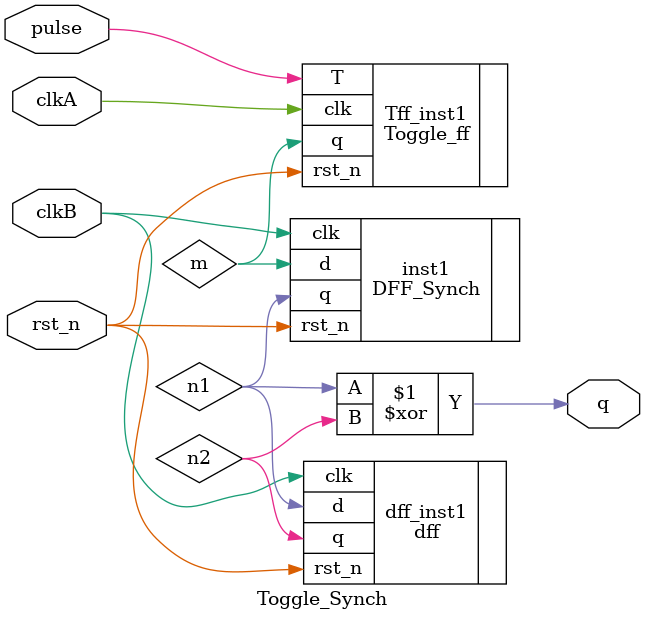
<source format=v>
`include "dff.v"
`include "Toggle_ff.v"
`include "DFF_Synch.v"

module Toggle_Synch(
input clkA, clkB, rst_n,
input pulse,
output q
); 

wire m; 
wire n1,n2; 

Toggle_ff Tff_inst1 (.clk(clkA),.rst_n(rst_n),.T(pulse),.q(m)); 

DFF_Synch inst1 (.clk(clkB),.rst_n(rst_n), .d(m), .q(n1));  

dff dff_inst1 (.clk(clkB),.rst_n(rst_n),.d(n1),.q(n2)); 

assign q = n1 ^ n2; 

endmodule 

// instance:
//  Pulse_Synch inst_name (.clk(),.rst_n(), .pulse(), .q());  


</source>
